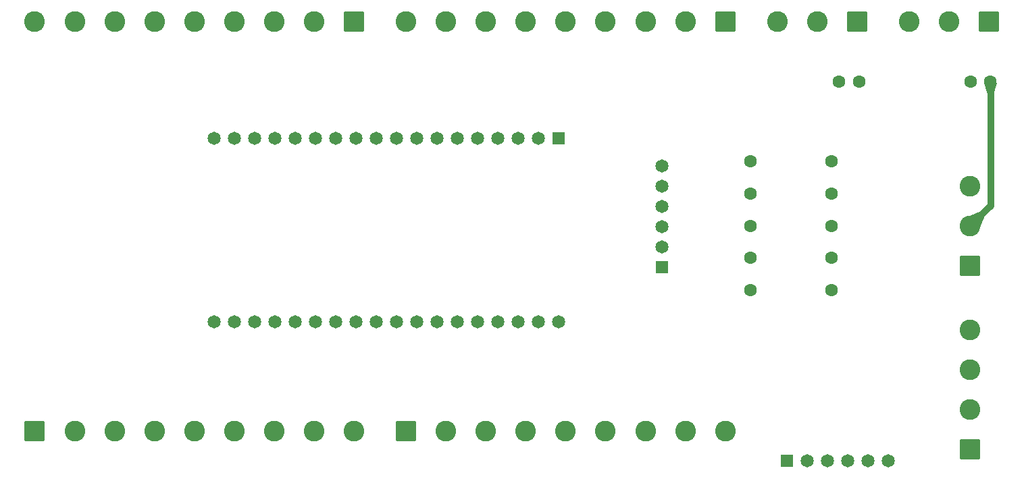
<source format=gbr>
%TF.GenerationSoftware,KiCad,Pcbnew,9.0.2*%
%TF.CreationDate,2025-09-29T03:25:11-03:00*%
%TF.ProjectId,Estacao_ControleIrrigacao,45737461-6361-46f5-9f43-6f6e74726f6c,rev?*%
%TF.SameCoordinates,Original*%
%TF.FileFunction,Copper,L1,Top*%
%TF.FilePolarity,Positive*%
%FSLAX46Y46*%
G04 Gerber Fmt 4.6, Leading zero omitted, Abs format (unit mm)*
G04 Created by KiCad (PCBNEW 9.0.2) date 2025-09-29 03:25:11*
%MOMM*%
%LPD*%
G01*
G04 APERTURE LIST*
G04 Aperture macros list*
%AMRoundRect*
0 Rectangle with rounded corners*
0 $1 Rounding radius*
0 $2 $3 $4 $5 $6 $7 $8 $9 X,Y pos of 4 corners*
0 Add a 4 corners polygon primitive as box body*
4,1,4,$2,$3,$4,$5,$6,$7,$8,$9,$2,$3,0*
0 Add four circle primitives for the rounded corners*
1,1,$1+$1,$2,$3*
1,1,$1+$1,$4,$5*
1,1,$1+$1,$6,$7*
1,1,$1+$1,$8,$9*
0 Add four rect primitives between the rounded corners*
20,1,$1+$1,$2,$3,$4,$5,0*
20,1,$1+$1,$4,$5,$6,$7,0*
20,1,$1+$1,$6,$7,$8,$9,0*
20,1,$1+$1,$8,$9,$2,$3,0*%
G04 Aperture macros list end*
%TA.AperFunction,ComponentPad*%
%ADD10C,2.600000*%
%TD*%
%TA.AperFunction,ComponentPad*%
%ADD11RoundRect,0.250000X-1.050000X-1.050000X1.050000X-1.050000X1.050000X1.050000X-1.050000X1.050000X0*%
%TD*%
%TA.AperFunction,ComponentPad*%
%ADD12C,1.650000*%
%TD*%
%TA.AperFunction,ComponentPad*%
%ADD13R,1.650000X1.650000*%
%TD*%
%TA.AperFunction,ComponentPad*%
%ADD14RoundRect,0.250000X1.050000X-1.050000X1.050000X1.050000X-1.050000X1.050000X-1.050000X-1.050000X0*%
%TD*%
%TA.AperFunction,ComponentPad*%
%ADD15RoundRect,0.250000X1.050000X1.050000X-1.050000X1.050000X-1.050000X-1.050000X1.050000X-1.050000X0*%
%TD*%
%TA.AperFunction,ComponentPad*%
%ADD16C,1.600000*%
%TD*%
%TA.AperFunction,Conductor*%
%ADD17C,0.812800*%
%TD*%
G04 APERTURE END LIST*
D10*
%TO.P,J3,9,Pin_9*%
%TO.N,Net-(J3-Pin_9)*%
X129830000Y-120165000D03*
%TO.P,J3,8,Pin_8*%
%TO.N,Net-(J3-Pin_8)*%
X124830000Y-120165000D03*
%TO.P,J3,7,Pin_7*%
%TO.N,Net-(J3-Pin_7)*%
X119830000Y-120165000D03*
%TO.P,J3,6,Pin_6*%
%TO.N,Net-(J3-Pin_6)*%
X114830000Y-120165000D03*
%TO.P,J3,5,Pin_5*%
%TO.N,Net-(J3-Pin_5)*%
X109830000Y-120165000D03*
%TO.P,J3,4,Pin_4*%
%TO.N,/SDA*%
X104830000Y-120165000D03*
%TO.P,J3,3,Pin_3*%
%TO.N,/SCL*%
X99830000Y-120165000D03*
%TO.P,J3,2,Pin_2*%
%TO.N,Net-(J3-Pin_2)*%
X94830000Y-120165000D03*
D11*
%TO.P,J3,1,Pin_1*%
%TO.N,/DHT_OUT*%
X89830000Y-120165000D03*
%TD*%
D12*
%TO.P,U1,J3_18,GPIO46*%
%TO.N,/DHT_OUT*%
X112322500Y-106497500D03*
%TO.P,U1,J3_17,GPIO45*%
%TO.N,Net-(J3-Pin_2)*%
X114862500Y-106497500D03*
%TO.P,U1,J3_16,GPIO42/MTMS*%
%TO.N,/SCL*%
X117402500Y-106497500D03*
%TO.P,U1,J3_15,GPIO41/MTDI*%
%TO.N,/SDA*%
X119942500Y-106497500D03*
%TO.P,U1,J3_14,GPIO40/MTDO*%
%TO.N,Net-(J3-Pin_5)*%
X122482500Y-106497500D03*
%TO.P,U1,J3_13,GPIO39/MTCK*%
%TO.N,Net-(J3-Pin_6)*%
X125022500Y-106497500D03*
%TO.P,U1,J3_12,GPIO38/FSPIWP/SUBSPIWP*%
%TO.N,Net-(J3-Pin_7)*%
X127562500Y-106497500D03*
%TO.P,U1,J3_11,GPIO37/SPIDQS/FSPIQ/SUBSPIQ/ADC_CTRL*%
%TO.N,Net-(J3-Pin_8)*%
X130102500Y-106497500D03*
%TO.P,U1,J3_10,GPIO36/SPIIO7/FSPICLK/SUBSPICLK/VEXT_CTRL*%
%TO.N,Net-(J3-Pin_9)*%
X132642500Y-106497500D03*
%TO.P,U1,J3_9,GPIO35/SPIIO6/FSPID/SUBSPID/LED_WRITE*%
%TO.N,Net-(J4-Pin_1)*%
X135182500Y-106497500D03*
%TO.P,U1,J3_8,GPIO34/SPIIO5/FSPICS0/SUBSPICS0*%
%TO.N,Net-(J4-Pin_2)*%
X137722500Y-106497500D03*
%TO.P,U1,J3_7,GPIO33/SPIIO4/FSPIHD/SUBSPIHD*%
%TO.N,Net-(J4-Pin_3)*%
X140262500Y-106497500D03*
%TO.P,U1,J3_6,GPIO47*%
%TO.N,Net-(J4-Pin_4)*%
X142802500Y-106497500D03*
%TO.P,U1,J3_5,GPIO48*%
%TO.N,Net-(J4-Pin_5)*%
X145342500Y-106497500D03*
%TO.P,U1,J3_4,GPIO26/SPICS1*%
%TO.N,Net-(J4-Pin_6)*%
X147882500Y-106497500D03*
%TO.P,U1,J3_3,3V3*%
%TO.N,Net-(J4-Pin_7)*%
X150422500Y-106497500D03*
%TO.P,U1,J3_2,3V3*%
%TO.N,Net-(J4-Pin_8)*%
X152962500Y-106497500D03*
%TO.P,U1,J3_1,GND_J3*%
%TO.N,Net-(J4-Pin_9)*%
X155502500Y-106497500D03*
%TO.P,U1,J2_18,GPIO1/ADC1_CH0/VBAT_READ/TOUCH1*%
%TO.N,Net-(J2-Pin_9)*%
X112322500Y-83477500D03*
%TO.P,U1,J2_17,GPIO2/ADC1_CH1/TOUCH2*%
%TO.N,/HALL2_OUT*%
X114862500Y-83477500D03*
%TO.P,U1,J2_16,GPIO3/ADC1_CH2/TOUCH3*%
%TO.N,/HALL1_OUT*%
X117402500Y-83477500D03*
%TO.P,U1,J2_15,GPIO4/ADC1_CH3/TOUCH4*%
%TO.N,Net-(J2-Pin_6)*%
X119942500Y-83477500D03*
%TO.P,U1,J2_14,GPIO5/ADC1_CH4/TOUCH5*%
%TO.N,/CS*%
X122482500Y-83477500D03*
%TO.P,U1,J2_13,GPIO6/ADC1_CH5/TOUCH6*%
%TO.N,/SCK*%
X125022500Y-83477500D03*
%TO.P,U1,J2_12,GPIO7/ADC1_CH6/TOUCH7*%
%TO.N,/MOSI*%
X127562500Y-83477500D03*
%TO.P,U1,J2_11,GPIO19/U1RST/ADC2_CH9/CLK_OUT2/USB_D-*%
%TO.N,/MISO*%
X130102500Y-83477500D03*
%TO.P,U1,J2_10,GPIO20/U1CTS/ADC2_CH9/CLK_OUT1/USB_D+*%
%TO.N,Net-(J2-Pin_1)*%
X132642500Y-83477500D03*
%TO.P,U1,J2_9,GPIO21/OLED_RST*%
%TO.N,Net-(J1-Pin_9)*%
X135182500Y-83477500D03*
%TO.P,U1,J2_8,GPIO0/USER_SW*%
%TO.N,Net-(J1-Pin_8)*%
X137722500Y-83477500D03*
%TO.P,U1,J2_7,RST/RST_SW*%
%TO.N,Net-(J1-Pin_7)*%
X140262500Y-83477500D03*
%TO.P,U1,J2_6,U0TXD/GPIO43/CP2102_RX*%
%TO.N,Net-(J1-Pin_6)*%
X142802500Y-83477500D03*
%TO.P,U1,J2_5,U0RXD/GPIO44/CP2102_TX*%
%TO.N,Net-(J1-Pin_5)*%
X145342500Y-83477500D03*
%TO.P,U1,J2_4,VE*%
%TO.N,Net-(J1-Pin_4)*%
X147882500Y-83477500D03*
%TO.P,U1,J2_3,VE*%
%TO.N,Net-(J1-Pin_3)*%
X150422500Y-83477500D03*
%TO.P,U1,J2_2,5V*%
%TO.N,/VCC*%
X152962500Y-83477500D03*
D13*
%TO.P,U1,J2_1,GND_J2*%
%TO.N,/GND*%
X155502500Y-83477500D03*
%TD*%
D12*
%TO.P,J10,6,Pin_6*%
%TO.N,/GND*%
X196835000Y-123960000D03*
%TO.P,J10,5,Pin_5*%
%TO.N,/VCC*%
X194295000Y-123960000D03*
%TO.P,J10,4,Pin_4*%
%TO.N,/SDA*%
X191755000Y-123960000D03*
%TO.P,J10,3,Pin_3*%
%TO.N,/SCL*%
X189215000Y-123960000D03*
%TO.P,J10,2,Pin_2*%
%TO.N,unconnected-(J10-Pin_2-Pad2)*%
X186675000Y-123960000D03*
D13*
%TO.P,J10,1,Pin_1*%
%TO.N,unconnected-(J10-Pin_1-Pad1)*%
X184135000Y-123960000D03*
%TD*%
D12*
%TO.P,J9,6,Pin_6*%
%TO.N,/GND*%
X168486250Y-86915000D03*
%TO.P,J9,5,Pin_5*%
%TO.N,/VCC*%
X168486250Y-89455000D03*
%TO.P,J9,4,Pin_4*%
%TO.N,/MISO*%
X168486250Y-91995000D03*
%TO.P,J9,3,Pin_3*%
%TO.N,/MOSI*%
X168486250Y-94535000D03*
%TO.P,J9,2,Pin_2*%
%TO.N,/SCK*%
X168486250Y-97075000D03*
D13*
%TO.P,J9,1,Pin_1*%
%TO.N,/CS*%
X168486250Y-99615000D03*
%TD*%
D14*
%TO.P,J7,1,Pin_1*%
%TO.N,/SCL*%
X207055000Y-122500000D03*
D10*
%TO.P,J7,2,Pin_2*%
%TO.N,/SDA*%
X207055000Y-117500000D03*
%TO.P,J7,3,Pin_3*%
%TO.N,/VCC*%
X207055000Y-112500000D03*
%TO.P,J7,4,Pin_4*%
%TO.N,/GND*%
X207055000Y-107500000D03*
%TD*%
%TO.P,J8,3,Pin_3*%
%TO.N,/GND*%
X207055000Y-89500000D03*
%TO.P,J8,2,Pin_2*%
%TO.N,/VCC*%
X207055000Y-94500000D03*
D14*
%TO.P,J8,1,Pin_1*%
%TO.N,/DHT_OUT*%
X207055000Y-99500000D03*
%TD*%
D15*
%TO.P,J5,1,Pin_1*%
%TO.N,/VCC*%
X192920000Y-68835000D03*
D10*
%TO.P,J5,2,Pin_2*%
%TO.N,/GND*%
X187920000Y-68835000D03*
%TO.P,J5,3,Pin_3*%
%TO.N,/HALL1_OUT*%
X182920000Y-68835000D03*
%TD*%
D16*
%TO.P,C1,1*%
%TO.N,/VCC*%
X193145000Y-76390000D03*
%TO.P,C1,2*%
%TO.N,/GND*%
X190645000Y-76390000D03*
%TD*%
%TO.P,R1,1*%
%TO.N,/SCL*%
X189730000Y-102490000D03*
%TO.P,R1,2*%
%TO.N,/VCC*%
X179570000Y-102490000D03*
%TD*%
%TO.P,R3,1*%
%TO.N,/HALL2_OUT*%
X179570000Y-90390000D03*
%TO.P,R3,2*%
%TO.N,/VCC*%
X189730000Y-90390000D03*
%TD*%
D15*
%TO.P,J2,1,Pin_1*%
%TO.N,Net-(J2-Pin_1)*%
X129830000Y-68835000D03*
D10*
%TO.P,J2,2,Pin_2*%
%TO.N,/MISO*%
X124830000Y-68835000D03*
%TO.P,J2,3,Pin_3*%
%TO.N,/MOSI*%
X119830000Y-68835000D03*
%TO.P,J2,4,Pin_4*%
%TO.N,/SCK*%
X114830000Y-68835000D03*
%TO.P,J2,5,Pin_5*%
%TO.N,/CS*%
X109830000Y-68835000D03*
%TO.P,J2,6,Pin_6*%
%TO.N,Net-(J2-Pin_6)*%
X104830000Y-68835000D03*
%TO.P,J2,7,Pin_7*%
%TO.N,/HALL1_OUT*%
X99830000Y-68835000D03*
%TO.P,J2,8,Pin_8*%
%TO.N,/HALL2_OUT*%
X94830000Y-68835000D03*
%TO.P,J2,9,Pin_9*%
%TO.N,Net-(J2-Pin_9)*%
X89830000Y-68835000D03*
%TD*%
D15*
%TO.P,J1,1,Pin_1*%
%TO.N,/GND*%
X176375000Y-68835000D03*
D10*
%TO.P,J1,2,Pin_2*%
%TO.N,/VCC*%
X171375000Y-68835000D03*
%TO.P,J1,3,Pin_3*%
%TO.N,Net-(J1-Pin_3)*%
X166375000Y-68835000D03*
%TO.P,J1,4,Pin_4*%
%TO.N,Net-(J1-Pin_4)*%
X161375000Y-68835000D03*
%TO.P,J1,5,Pin_5*%
%TO.N,Net-(J1-Pin_5)*%
X156375000Y-68835000D03*
%TO.P,J1,6,Pin_6*%
%TO.N,Net-(J1-Pin_6)*%
X151375000Y-68835000D03*
%TO.P,J1,7,Pin_7*%
%TO.N,Net-(J1-Pin_7)*%
X146375000Y-68835000D03*
%TO.P,J1,8,Pin_8*%
%TO.N,Net-(J1-Pin_8)*%
X141375000Y-68835000D03*
%TO.P,J1,9,Pin_9*%
%TO.N,Net-(J1-Pin_9)*%
X136375000Y-68835000D03*
%TD*%
D11*
%TO.P,J4,1,Pin_1*%
%TO.N,Net-(J4-Pin_1)*%
X136375000Y-120165000D03*
D10*
%TO.P,J4,2,Pin_2*%
%TO.N,Net-(J4-Pin_2)*%
X141375000Y-120165000D03*
%TO.P,J4,3,Pin_3*%
%TO.N,Net-(J4-Pin_3)*%
X146375000Y-120165000D03*
%TO.P,J4,4,Pin_4*%
%TO.N,Net-(J4-Pin_4)*%
X151375000Y-120165000D03*
%TO.P,J4,5,Pin_5*%
%TO.N,Net-(J4-Pin_5)*%
X156375000Y-120165000D03*
%TO.P,J4,6,Pin_6*%
%TO.N,Net-(J4-Pin_6)*%
X161375000Y-120165000D03*
%TO.P,J4,7,Pin_7*%
%TO.N,Net-(J4-Pin_7)*%
X166375000Y-120165000D03*
%TO.P,J4,8,Pin_8*%
%TO.N,Net-(J4-Pin_8)*%
X171375000Y-120165000D03*
%TO.P,J4,9,Pin_9*%
%TO.N,Net-(J4-Pin_9)*%
X176375000Y-120165000D03*
%TD*%
D16*
%TO.P,R5,1*%
%TO.N,/DHT_OUT*%
X189730000Y-94445000D03*
%TO.P,R5,2*%
%TO.N,/VCC*%
X179570000Y-94445000D03*
%TD*%
%TO.P,R4,1*%
%TO.N,/VCC*%
X189730000Y-86340000D03*
%TO.P,R4,2*%
%TO.N,/HALL1_OUT*%
X179570000Y-86340000D03*
%TD*%
%TO.P,R2,1*%
%TO.N,/VCC*%
X179570000Y-98440000D03*
%TO.P,R2,2*%
%TO.N,/SDA*%
X189730000Y-98440000D03*
%TD*%
D15*
%TO.P,J6,1,Pin_1*%
%TO.N,/VCC*%
X209420000Y-68835000D03*
D10*
%TO.P,J6,2,Pin_2*%
%TO.N,/GND*%
X204420000Y-68835000D03*
%TO.P,J6,3,Pin_3*%
%TO.N,/HALL2_OUT*%
X199420000Y-68835000D03*
%TD*%
D16*
%TO.P,C2,1*%
%TO.N,/GND*%
X207125000Y-76390000D03*
%TO.P,C2,2*%
%TO.N,/VCC*%
X209625000Y-76390000D03*
%TD*%
D17*
%TO.N,/VCC*%
X209645000Y-91910000D02*
X207055000Y-94500000D01*
X209645000Y-76390000D02*
X209645000Y-91910000D01*
%TD*%
%TA.AperFunction,Conductor*%
%TO.N,/VCC*%
G36*
X208391688Y-92599726D02*
G01*
X208955273Y-93163311D01*
X208958700Y-93171584D01*
X208957773Y-93176148D01*
X208347227Y-94617427D01*
X208340845Y-94623708D01*
X208335329Y-94624509D01*
X207063886Y-94501634D01*
X207055980Y-94497427D01*
X207053366Y-94491115D01*
X206930490Y-93219669D01*
X206933105Y-93211106D01*
X206937572Y-93207772D01*
X207022999Y-93171584D01*
X208378854Y-92597225D01*
X208387806Y-92597154D01*
X208391688Y-92599726D01*
G37*
%TD.AperFunction*%
%TD*%
%TA.AperFunction,Conductor*%
%TO.N,/VCC*%
G36*
X210356824Y-76535501D02*
G01*
X210397589Y-76543662D01*
X210405028Y-76548646D01*
X210406764Y-76557431D01*
X210406641Y-76557980D01*
X210053620Y-77965774D01*
X210048283Y-77972965D01*
X210042271Y-77974628D01*
X209247484Y-77974628D01*
X209239211Y-77971201D01*
X209236214Y-77966070D01*
X209236131Y-77965774D01*
X208843756Y-76558211D01*
X208844835Y-76549322D01*
X208851884Y-76543800D01*
X208852721Y-76543599D01*
X209622707Y-76389459D01*
X209627293Y-76389459D01*
X210356824Y-76535501D01*
G37*
%TD.AperFunction*%
%TD*%
M02*

</source>
